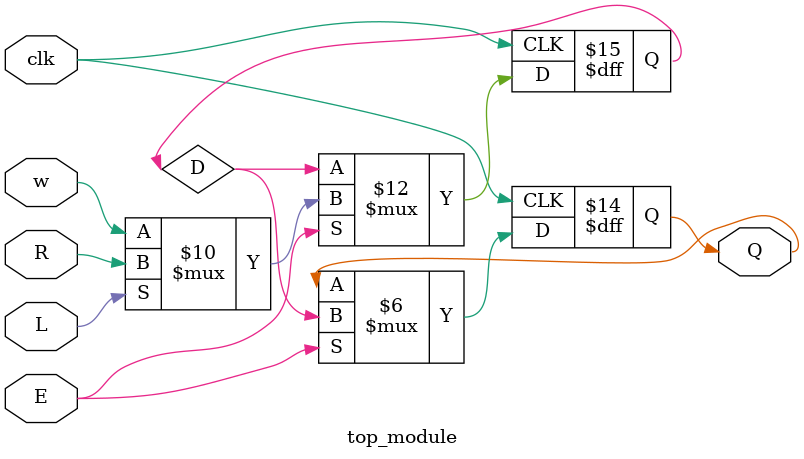
<source format=sv>
module top_module (
  input clk,
  input w,
  input R,
  input E,
  input L,
  output reg Q
);

reg D;

always @(posedge clk) begin
  if (E == 1'b1) begin
    if (L == 1'b1) begin
      D <= R;
    end else begin
      D <= w;
    end
  end else begin
    D <= D; // Preserve D when E is not enabled
  end
end

always @(posedge clk) begin
  if (E == 1'b1) begin
    Q <= D;
  end
end

endmodule

</source>
